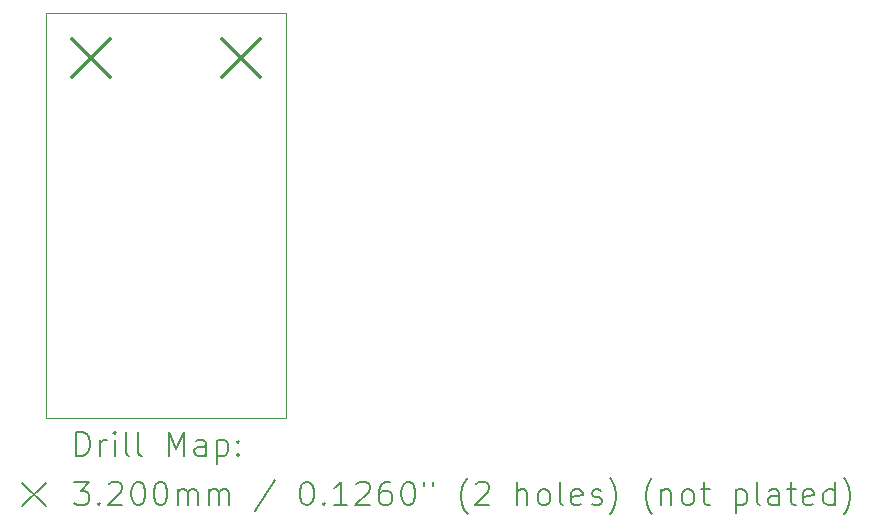
<source format=gbr>
%TF.GenerationSoftware,KiCad,Pcbnew,7.0.7*%
%TF.CreationDate,2024-02-07T12:10:56-08:00*%
%TF.ProjectId,Raven Expansion,52617665-6e20-4457-9870-616e73696f6e,rev?*%
%TF.SameCoordinates,Original*%
%TF.FileFunction,Drillmap*%
%TF.FilePolarity,Positive*%
%FSLAX45Y45*%
G04 Gerber Fmt 4.5, Leading zero omitted, Abs format (unit mm)*
G04 Created by KiCad (PCBNEW 7.0.7) date 2024-02-07 12:10:56*
%MOMM*%
%LPD*%
G01*
G04 APERTURE LIST*
%ADD10C,0.100000*%
%ADD11C,0.200000*%
%ADD12C,0.320000*%
G04 APERTURE END LIST*
D10*
X2540000Y-2540000D02*
X4572000Y-2540000D01*
X4572000Y-5969000D01*
X2540000Y-5969000D01*
X2540000Y-2540000D01*
D11*
D12*
X2761000Y-2761000D02*
X3081000Y-3081000D01*
X3081000Y-2761000D02*
X2761000Y-3081000D01*
X4031000Y-2761000D02*
X4351000Y-3081000D01*
X4351000Y-2761000D02*
X4031000Y-3081000D01*
D11*
X2795777Y-6285484D02*
X2795777Y-6085484D01*
X2795777Y-6085484D02*
X2843396Y-6085484D01*
X2843396Y-6085484D02*
X2871967Y-6095008D01*
X2871967Y-6095008D02*
X2891015Y-6114055D01*
X2891015Y-6114055D02*
X2900539Y-6133103D01*
X2900539Y-6133103D02*
X2910062Y-6171198D01*
X2910062Y-6171198D02*
X2910062Y-6199769D01*
X2910062Y-6199769D02*
X2900539Y-6237865D01*
X2900539Y-6237865D02*
X2891015Y-6256912D01*
X2891015Y-6256912D02*
X2871967Y-6275960D01*
X2871967Y-6275960D02*
X2843396Y-6285484D01*
X2843396Y-6285484D02*
X2795777Y-6285484D01*
X2995777Y-6285484D02*
X2995777Y-6152150D01*
X2995777Y-6190246D02*
X3005301Y-6171198D01*
X3005301Y-6171198D02*
X3014824Y-6161674D01*
X3014824Y-6161674D02*
X3033872Y-6152150D01*
X3033872Y-6152150D02*
X3052920Y-6152150D01*
X3119586Y-6285484D02*
X3119586Y-6152150D01*
X3119586Y-6085484D02*
X3110062Y-6095008D01*
X3110062Y-6095008D02*
X3119586Y-6104531D01*
X3119586Y-6104531D02*
X3129110Y-6095008D01*
X3129110Y-6095008D02*
X3119586Y-6085484D01*
X3119586Y-6085484D02*
X3119586Y-6104531D01*
X3243396Y-6285484D02*
X3224348Y-6275960D01*
X3224348Y-6275960D02*
X3214824Y-6256912D01*
X3214824Y-6256912D02*
X3214824Y-6085484D01*
X3348158Y-6285484D02*
X3329110Y-6275960D01*
X3329110Y-6275960D02*
X3319586Y-6256912D01*
X3319586Y-6256912D02*
X3319586Y-6085484D01*
X3576729Y-6285484D02*
X3576729Y-6085484D01*
X3576729Y-6085484D02*
X3643396Y-6228341D01*
X3643396Y-6228341D02*
X3710062Y-6085484D01*
X3710062Y-6085484D02*
X3710062Y-6285484D01*
X3891015Y-6285484D02*
X3891015Y-6180722D01*
X3891015Y-6180722D02*
X3881491Y-6161674D01*
X3881491Y-6161674D02*
X3862443Y-6152150D01*
X3862443Y-6152150D02*
X3824348Y-6152150D01*
X3824348Y-6152150D02*
X3805301Y-6161674D01*
X3891015Y-6275960D02*
X3871967Y-6285484D01*
X3871967Y-6285484D02*
X3824348Y-6285484D01*
X3824348Y-6285484D02*
X3805301Y-6275960D01*
X3805301Y-6275960D02*
X3795777Y-6256912D01*
X3795777Y-6256912D02*
X3795777Y-6237865D01*
X3795777Y-6237865D02*
X3805301Y-6218817D01*
X3805301Y-6218817D02*
X3824348Y-6209293D01*
X3824348Y-6209293D02*
X3871967Y-6209293D01*
X3871967Y-6209293D02*
X3891015Y-6199769D01*
X3986253Y-6152150D02*
X3986253Y-6352150D01*
X3986253Y-6161674D02*
X4005301Y-6152150D01*
X4005301Y-6152150D02*
X4043396Y-6152150D01*
X4043396Y-6152150D02*
X4062443Y-6161674D01*
X4062443Y-6161674D02*
X4071967Y-6171198D01*
X4071967Y-6171198D02*
X4081491Y-6190246D01*
X4081491Y-6190246D02*
X4081491Y-6247388D01*
X4081491Y-6247388D02*
X4071967Y-6266436D01*
X4071967Y-6266436D02*
X4062443Y-6275960D01*
X4062443Y-6275960D02*
X4043396Y-6285484D01*
X4043396Y-6285484D02*
X4005301Y-6285484D01*
X4005301Y-6285484D02*
X3986253Y-6275960D01*
X4167205Y-6266436D02*
X4176729Y-6275960D01*
X4176729Y-6275960D02*
X4167205Y-6285484D01*
X4167205Y-6285484D02*
X4157682Y-6275960D01*
X4157682Y-6275960D02*
X4167205Y-6266436D01*
X4167205Y-6266436D02*
X4167205Y-6285484D01*
X4167205Y-6161674D02*
X4176729Y-6171198D01*
X4176729Y-6171198D02*
X4167205Y-6180722D01*
X4167205Y-6180722D02*
X4157682Y-6171198D01*
X4157682Y-6171198D02*
X4167205Y-6161674D01*
X4167205Y-6161674D02*
X4167205Y-6180722D01*
X2335000Y-6514000D02*
X2535000Y-6714000D01*
X2535000Y-6514000D02*
X2335000Y-6714000D01*
X2776729Y-6505484D02*
X2900539Y-6505484D01*
X2900539Y-6505484D02*
X2833872Y-6581674D01*
X2833872Y-6581674D02*
X2862443Y-6581674D01*
X2862443Y-6581674D02*
X2881491Y-6591198D01*
X2881491Y-6591198D02*
X2891015Y-6600722D01*
X2891015Y-6600722D02*
X2900539Y-6619769D01*
X2900539Y-6619769D02*
X2900539Y-6667388D01*
X2900539Y-6667388D02*
X2891015Y-6686436D01*
X2891015Y-6686436D02*
X2881491Y-6695960D01*
X2881491Y-6695960D02*
X2862443Y-6705484D01*
X2862443Y-6705484D02*
X2805301Y-6705484D01*
X2805301Y-6705484D02*
X2786253Y-6695960D01*
X2786253Y-6695960D02*
X2776729Y-6686436D01*
X2986253Y-6686436D02*
X2995777Y-6695960D01*
X2995777Y-6695960D02*
X2986253Y-6705484D01*
X2986253Y-6705484D02*
X2976729Y-6695960D01*
X2976729Y-6695960D02*
X2986253Y-6686436D01*
X2986253Y-6686436D02*
X2986253Y-6705484D01*
X3071967Y-6524531D02*
X3081491Y-6515008D01*
X3081491Y-6515008D02*
X3100539Y-6505484D01*
X3100539Y-6505484D02*
X3148158Y-6505484D01*
X3148158Y-6505484D02*
X3167205Y-6515008D01*
X3167205Y-6515008D02*
X3176729Y-6524531D01*
X3176729Y-6524531D02*
X3186253Y-6543579D01*
X3186253Y-6543579D02*
X3186253Y-6562627D01*
X3186253Y-6562627D02*
X3176729Y-6591198D01*
X3176729Y-6591198D02*
X3062443Y-6705484D01*
X3062443Y-6705484D02*
X3186253Y-6705484D01*
X3310062Y-6505484D02*
X3329110Y-6505484D01*
X3329110Y-6505484D02*
X3348158Y-6515008D01*
X3348158Y-6515008D02*
X3357682Y-6524531D01*
X3357682Y-6524531D02*
X3367205Y-6543579D01*
X3367205Y-6543579D02*
X3376729Y-6581674D01*
X3376729Y-6581674D02*
X3376729Y-6629293D01*
X3376729Y-6629293D02*
X3367205Y-6667388D01*
X3367205Y-6667388D02*
X3357682Y-6686436D01*
X3357682Y-6686436D02*
X3348158Y-6695960D01*
X3348158Y-6695960D02*
X3329110Y-6705484D01*
X3329110Y-6705484D02*
X3310062Y-6705484D01*
X3310062Y-6705484D02*
X3291015Y-6695960D01*
X3291015Y-6695960D02*
X3281491Y-6686436D01*
X3281491Y-6686436D02*
X3271967Y-6667388D01*
X3271967Y-6667388D02*
X3262443Y-6629293D01*
X3262443Y-6629293D02*
X3262443Y-6581674D01*
X3262443Y-6581674D02*
X3271967Y-6543579D01*
X3271967Y-6543579D02*
X3281491Y-6524531D01*
X3281491Y-6524531D02*
X3291015Y-6515008D01*
X3291015Y-6515008D02*
X3310062Y-6505484D01*
X3500539Y-6505484D02*
X3519586Y-6505484D01*
X3519586Y-6505484D02*
X3538634Y-6515008D01*
X3538634Y-6515008D02*
X3548158Y-6524531D01*
X3548158Y-6524531D02*
X3557682Y-6543579D01*
X3557682Y-6543579D02*
X3567205Y-6581674D01*
X3567205Y-6581674D02*
X3567205Y-6629293D01*
X3567205Y-6629293D02*
X3557682Y-6667388D01*
X3557682Y-6667388D02*
X3548158Y-6686436D01*
X3548158Y-6686436D02*
X3538634Y-6695960D01*
X3538634Y-6695960D02*
X3519586Y-6705484D01*
X3519586Y-6705484D02*
X3500539Y-6705484D01*
X3500539Y-6705484D02*
X3481491Y-6695960D01*
X3481491Y-6695960D02*
X3471967Y-6686436D01*
X3471967Y-6686436D02*
X3462443Y-6667388D01*
X3462443Y-6667388D02*
X3452920Y-6629293D01*
X3452920Y-6629293D02*
X3452920Y-6581674D01*
X3452920Y-6581674D02*
X3462443Y-6543579D01*
X3462443Y-6543579D02*
X3471967Y-6524531D01*
X3471967Y-6524531D02*
X3481491Y-6515008D01*
X3481491Y-6515008D02*
X3500539Y-6505484D01*
X3652920Y-6705484D02*
X3652920Y-6572150D01*
X3652920Y-6591198D02*
X3662443Y-6581674D01*
X3662443Y-6581674D02*
X3681491Y-6572150D01*
X3681491Y-6572150D02*
X3710063Y-6572150D01*
X3710063Y-6572150D02*
X3729110Y-6581674D01*
X3729110Y-6581674D02*
X3738634Y-6600722D01*
X3738634Y-6600722D02*
X3738634Y-6705484D01*
X3738634Y-6600722D02*
X3748158Y-6581674D01*
X3748158Y-6581674D02*
X3767205Y-6572150D01*
X3767205Y-6572150D02*
X3795777Y-6572150D01*
X3795777Y-6572150D02*
X3814824Y-6581674D01*
X3814824Y-6581674D02*
X3824348Y-6600722D01*
X3824348Y-6600722D02*
X3824348Y-6705484D01*
X3919586Y-6705484D02*
X3919586Y-6572150D01*
X3919586Y-6591198D02*
X3929110Y-6581674D01*
X3929110Y-6581674D02*
X3948158Y-6572150D01*
X3948158Y-6572150D02*
X3976729Y-6572150D01*
X3976729Y-6572150D02*
X3995777Y-6581674D01*
X3995777Y-6581674D02*
X4005301Y-6600722D01*
X4005301Y-6600722D02*
X4005301Y-6705484D01*
X4005301Y-6600722D02*
X4014824Y-6581674D01*
X4014824Y-6581674D02*
X4033872Y-6572150D01*
X4033872Y-6572150D02*
X4062443Y-6572150D01*
X4062443Y-6572150D02*
X4081491Y-6581674D01*
X4081491Y-6581674D02*
X4091015Y-6600722D01*
X4091015Y-6600722D02*
X4091015Y-6705484D01*
X4481491Y-6495960D02*
X4310063Y-6753103D01*
X4738634Y-6505484D02*
X4757682Y-6505484D01*
X4757682Y-6505484D02*
X4776729Y-6515008D01*
X4776729Y-6515008D02*
X4786253Y-6524531D01*
X4786253Y-6524531D02*
X4795777Y-6543579D01*
X4795777Y-6543579D02*
X4805301Y-6581674D01*
X4805301Y-6581674D02*
X4805301Y-6629293D01*
X4805301Y-6629293D02*
X4795777Y-6667388D01*
X4795777Y-6667388D02*
X4786253Y-6686436D01*
X4786253Y-6686436D02*
X4776729Y-6695960D01*
X4776729Y-6695960D02*
X4757682Y-6705484D01*
X4757682Y-6705484D02*
X4738634Y-6705484D01*
X4738634Y-6705484D02*
X4719587Y-6695960D01*
X4719587Y-6695960D02*
X4710063Y-6686436D01*
X4710063Y-6686436D02*
X4700539Y-6667388D01*
X4700539Y-6667388D02*
X4691015Y-6629293D01*
X4691015Y-6629293D02*
X4691015Y-6581674D01*
X4691015Y-6581674D02*
X4700539Y-6543579D01*
X4700539Y-6543579D02*
X4710063Y-6524531D01*
X4710063Y-6524531D02*
X4719587Y-6515008D01*
X4719587Y-6515008D02*
X4738634Y-6505484D01*
X4891015Y-6686436D02*
X4900539Y-6695960D01*
X4900539Y-6695960D02*
X4891015Y-6705484D01*
X4891015Y-6705484D02*
X4881491Y-6695960D01*
X4881491Y-6695960D02*
X4891015Y-6686436D01*
X4891015Y-6686436D02*
X4891015Y-6705484D01*
X5091015Y-6705484D02*
X4976729Y-6705484D01*
X5033872Y-6705484D02*
X5033872Y-6505484D01*
X5033872Y-6505484D02*
X5014825Y-6534055D01*
X5014825Y-6534055D02*
X4995777Y-6553103D01*
X4995777Y-6553103D02*
X4976729Y-6562627D01*
X5167206Y-6524531D02*
X5176729Y-6515008D01*
X5176729Y-6515008D02*
X5195777Y-6505484D01*
X5195777Y-6505484D02*
X5243396Y-6505484D01*
X5243396Y-6505484D02*
X5262444Y-6515008D01*
X5262444Y-6515008D02*
X5271968Y-6524531D01*
X5271968Y-6524531D02*
X5281491Y-6543579D01*
X5281491Y-6543579D02*
X5281491Y-6562627D01*
X5281491Y-6562627D02*
X5271968Y-6591198D01*
X5271968Y-6591198D02*
X5157682Y-6705484D01*
X5157682Y-6705484D02*
X5281491Y-6705484D01*
X5452920Y-6505484D02*
X5414825Y-6505484D01*
X5414825Y-6505484D02*
X5395777Y-6515008D01*
X5395777Y-6515008D02*
X5386253Y-6524531D01*
X5386253Y-6524531D02*
X5367206Y-6553103D01*
X5367206Y-6553103D02*
X5357682Y-6591198D01*
X5357682Y-6591198D02*
X5357682Y-6667388D01*
X5357682Y-6667388D02*
X5367206Y-6686436D01*
X5367206Y-6686436D02*
X5376729Y-6695960D01*
X5376729Y-6695960D02*
X5395777Y-6705484D01*
X5395777Y-6705484D02*
X5433872Y-6705484D01*
X5433872Y-6705484D02*
X5452920Y-6695960D01*
X5452920Y-6695960D02*
X5462444Y-6686436D01*
X5462444Y-6686436D02*
X5471968Y-6667388D01*
X5471968Y-6667388D02*
X5471968Y-6619769D01*
X5471968Y-6619769D02*
X5462444Y-6600722D01*
X5462444Y-6600722D02*
X5452920Y-6591198D01*
X5452920Y-6591198D02*
X5433872Y-6581674D01*
X5433872Y-6581674D02*
X5395777Y-6581674D01*
X5395777Y-6581674D02*
X5376729Y-6591198D01*
X5376729Y-6591198D02*
X5367206Y-6600722D01*
X5367206Y-6600722D02*
X5357682Y-6619769D01*
X5595777Y-6505484D02*
X5614825Y-6505484D01*
X5614825Y-6505484D02*
X5633872Y-6515008D01*
X5633872Y-6515008D02*
X5643396Y-6524531D01*
X5643396Y-6524531D02*
X5652920Y-6543579D01*
X5652920Y-6543579D02*
X5662444Y-6581674D01*
X5662444Y-6581674D02*
X5662444Y-6629293D01*
X5662444Y-6629293D02*
X5652920Y-6667388D01*
X5652920Y-6667388D02*
X5643396Y-6686436D01*
X5643396Y-6686436D02*
X5633872Y-6695960D01*
X5633872Y-6695960D02*
X5614825Y-6705484D01*
X5614825Y-6705484D02*
X5595777Y-6705484D01*
X5595777Y-6705484D02*
X5576729Y-6695960D01*
X5576729Y-6695960D02*
X5567206Y-6686436D01*
X5567206Y-6686436D02*
X5557682Y-6667388D01*
X5557682Y-6667388D02*
X5548158Y-6629293D01*
X5548158Y-6629293D02*
X5548158Y-6581674D01*
X5548158Y-6581674D02*
X5557682Y-6543579D01*
X5557682Y-6543579D02*
X5567206Y-6524531D01*
X5567206Y-6524531D02*
X5576729Y-6515008D01*
X5576729Y-6515008D02*
X5595777Y-6505484D01*
X5738634Y-6505484D02*
X5738634Y-6543579D01*
X5814825Y-6505484D02*
X5814825Y-6543579D01*
X6110063Y-6781674D02*
X6100539Y-6772150D01*
X6100539Y-6772150D02*
X6081491Y-6743579D01*
X6081491Y-6743579D02*
X6071968Y-6724531D01*
X6071968Y-6724531D02*
X6062444Y-6695960D01*
X6062444Y-6695960D02*
X6052920Y-6648341D01*
X6052920Y-6648341D02*
X6052920Y-6610246D01*
X6052920Y-6610246D02*
X6062444Y-6562627D01*
X6062444Y-6562627D02*
X6071968Y-6534055D01*
X6071968Y-6534055D02*
X6081491Y-6515008D01*
X6081491Y-6515008D02*
X6100539Y-6486436D01*
X6100539Y-6486436D02*
X6110063Y-6476912D01*
X6176729Y-6524531D02*
X6186253Y-6515008D01*
X6186253Y-6515008D02*
X6205301Y-6505484D01*
X6205301Y-6505484D02*
X6252920Y-6505484D01*
X6252920Y-6505484D02*
X6271968Y-6515008D01*
X6271968Y-6515008D02*
X6281491Y-6524531D01*
X6281491Y-6524531D02*
X6291015Y-6543579D01*
X6291015Y-6543579D02*
X6291015Y-6562627D01*
X6291015Y-6562627D02*
X6281491Y-6591198D01*
X6281491Y-6591198D02*
X6167206Y-6705484D01*
X6167206Y-6705484D02*
X6291015Y-6705484D01*
X6529110Y-6705484D02*
X6529110Y-6505484D01*
X6614825Y-6705484D02*
X6614825Y-6600722D01*
X6614825Y-6600722D02*
X6605301Y-6581674D01*
X6605301Y-6581674D02*
X6586253Y-6572150D01*
X6586253Y-6572150D02*
X6557682Y-6572150D01*
X6557682Y-6572150D02*
X6538634Y-6581674D01*
X6538634Y-6581674D02*
X6529110Y-6591198D01*
X6738634Y-6705484D02*
X6719587Y-6695960D01*
X6719587Y-6695960D02*
X6710063Y-6686436D01*
X6710063Y-6686436D02*
X6700539Y-6667388D01*
X6700539Y-6667388D02*
X6700539Y-6610246D01*
X6700539Y-6610246D02*
X6710063Y-6591198D01*
X6710063Y-6591198D02*
X6719587Y-6581674D01*
X6719587Y-6581674D02*
X6738634Y-6572150D01*
X6738634Y-6572150D02*
X6767206Y-6572150D01*
X6767206Y-6572150D02*
X6786253Y-6581674D01*
X6786253Y-6581674D02*
X6795777Y-6591198D01*
X6795777Y-6591198D02*
X6805301Y-6610246D01*
X6805301Y-6610246D02*
X6805301Y-6667388D01*
X6805301Y-6667388D02*
X6795777Y-6686436D01*
X6795777Y-6686436D02*
X6786253Y-6695960D01*
X6786253Y-6695960D02*
X6767206Y-6705484D01*
X6767206Y-6705484D02*
X6738634Y-6705484D01*
X6919587Y-6705484D02*
X6900539Y-6695960D01*
X6900539Y-6695960D02*
X6891015Y-6676912D01*
X6891015Y-6676912D02*
X6891015Y-6505484D01*
X7071968Y-6695960D02*
X7052920Y-6705484D01*
X7052920Y-6705484D02*
X7014825Y-6705484D01*
X7014825Y-6705484D02*
X6995777Y-6695960D01*
X6995777Y-6695960D02*
X6986253Y-6676912D01*
X6986253Y-6676912D02*
X6986253Y-6600722D01*
X6986253Y-6600722D02*
X6995777Y-6581674D01*
X6995777Y-6581674D02*
X7014825Y-6572150D01*
X7014825Y-6572150D02*
X7052920Y-6572150D01*
X7052920Y-6572150D02*
X7071968Y-6581674D01*
X7071968Y-6581674D02*
X7081491Y-6600722D01*
X7081491Y-6600722D02*
X7081491Y-6619769D01*
X7081491Y-6619769D02*
X6986253Y-6638817D01*
X7157682Y-6695960D02*
X7176730Y-6705484D01*
X7176730Y-6705484D02*
X7214825Y-6705484D01*
X7214825Y-6705484D02*
X7233872Y-6695960D01*
X7233872Y-6695960D02*
X7243396Y-6676912D01*
X7243396Y-6676912D02*
X7243396Y-6667388D01*
X7243396Y-6667388D02*
X7233872Y-6648341D01*
X7233872Y-6648341D02*
X7214825Y-6638817D01*
X7214825Y-6638817D02*
X7186253Y-6638817D01*
X7186253Y-6638817D02*
X7167206Y-6629293D01*
X7167206Y-6629293D02*
X7157682Y-6610246D01*
X7157682Y-6610246D02*
X7157682Y-6600722D01*
X7157682Y-6600722D02*
X7167206Y-6581674D01*
X7167206Y-6581674D02*
X7186253Y-6572150D01*
X7186253Y-6572150D02*
X7214825Y-6572150D01*
X7214825Y-6572150D02*
X7233872Y-6581674D01*
X7310063Y-6781674D02*
X7319587Y-6772150D01*
X7319587Y-6772150D02*
X7338634Y-6743579D01*
X7338634Y-6743579D02*
X7348158Y-6724531D01*
X7348158Y-6724531D02*
X7357682Y-6695960D01*
X7357682Y-6695960D02*
X7367206Y-6648341D01*
X7367206Y-6648341D02*
X7367206Y-6610246D01*
X7367206Y-6610246D02*
X7357682Y-6562627D01*
X7357682Y-6562627D02*
X7348158Y-6534055D01*
X7348158Y-6534055D02*
X7338634Y-6515008D01*
X7338634Y-6515008D02*
X7319587Y-6486436D01*
X7319587Y-6486436D02*
X7310063Y-6476912D01*
X7671968Y-6781674D02*
X7662444Y-6772150D01*
X7662444Y-6772150D02*
X7643396Y-6743579D01*
X7643396Y-6743579D02*
X7633872Y-6724531D01*
X7633872Y-6724531D02*
X7624349Y-6695960D01*
X7624349Y-6695960D02*
X7614825Y-6648341D01*
X7614825Y-6648341D02*
X7614825Y-6610246D01*
X7614825Y-6610246D02*
X7624349Y-6562627D01*
X7624349Y-6562627D02*
X7633872Y-6534055D01*
X7633872Y-6534055D02*
X7643396Y-6515008D01*
X7643396Y-6515008D02*
X7662444Y-6486436D01*
X7662444Y-6486436D02*
X7671968Y-6476912D01*
X7748158Y-6572150D02*
X7748158Y-6705484D01*
X7748158Y-6591198D02*
X7757682Y-6581674D01*
X7757682Y-6581674D02*
X7776730Y-6572150D01*
X7776730Y-6572150D02*
X7805301Y-6572150D01*
X7805301Y-6572150D02*
X7824349Y-6581674D01*
X7824349Y-6581674D02*
X7833872Y-6600722D01*
X7833872Y-6600722D02*
X7833872Y-6705484D01*
X7957682Y-6705484D02*
X7938634Y-6695960D01*
X7938634Y-6695960D02*
X7929111Y-6686436D01*
X7929111Y-6686436D02*
X7919587Y-6667388D01*
X7919587Y-6667388D02*
X7919587Y-6610246D01*
X7919587Y-6610246D02*
X7929111Y-6591198D01*
X7929111Y-6591198D02*
X7938634Y-6581674D01*
X7938634Y-6581674D02*
X7957682Y-6572150D01*
X7957682Y-6572150D02*
X7986253Y-6572150D01*
X7986253Y-6572150D02*
X8005301Y-6581674D01*
X8005301Y-6581674D02*
X8014825Y-6591198D01*
X8014825Y-6591198D02*
X8024349Y-6610246D01*
X8024349Y-6610246D02*
X8024349Y-6667388D01*
X8024349Y-6667388D02*
X8014825Y-6686436D01*
X8014825Y-6686436D02*
X8005301Y-6695960D01*
X8005301Y-6695960D02*
X7986253Y-6705484D01*
X7986253Y-6705484D02*
X7957682Y-6705484D01*
X8081492Y-6572150D02*
X8157682Y-6572150D01*
X8110063Y-6505484D02*
X8110063Y-6676912D01*
X8110063Y-6676912D02*
X8119587Y-6695960D01*
X8119587Y-6695960D02*
X8138634Y-6705484D01*
X8138634Y-6705484D02*
X8157682Y-6705484D01*
X8376730Y-6572150D02*
X8376730Y-6772150D01*
X8376730Y-6581674D02*
X8395777Y-6572150D01*
X8395777Y-6572150D02*
X8433873Y-6572150D01*
X8433873Y-6572150D02*
X8452920Y-6581674D01*
X8452920Y-6581674D02*
X8462444Y-6591198D01*
X8462444Y-6591198D02*
X8471968Y-6610246D01*
X8471968Y-6610246D02*
X8471968Y-6667388D01*
X8471968Y-6667388D02*
X8462444Y-6686436D01*
X8462444Y-6686436D02*
X8452920Y-6695960D01*
X8452920Y-6695960D02*
X8433873Y-6705484D01*
X8433873Y-6705484D02*
X8395777Y-6705484D01*
X8395777Y-6705484D02*
X8376730Y-6695960D01*
X8586254Y-6705484D02*
X8567206Y-6695960D01*
X8567206Y-6695960D02*
X8557682Y-6676912D01*
X8557682Y-6676912D02*
X8557682Y-6505484D01*
X8748158Y-6705484D02*
X8748158Y-6600722D01*
X8748158Y-6600722D02*
X8738635Y-6581674D01*
X8738635Y-6581674D02*
X8719587Y-6572150D01*
X8719587Y-6572150D02*
X8681492Y-6572150D01*
X8681492Y-6572150D02*
X8662444Y-6581674D01*
X8748158Y-6695960D02*
X8729111Y-6705484D01*
X8729111Y-6705484D02*
X8681492Y-6705484D01*
X8681492Y-6705484D02*
X8662444Y-6695960D01*
X8662444Y-6695960D02*
X8652920Y-6676912D01*
X8652920Y-6676912D02*
X8652920Y-6657865D01*
X8652920Y-6657865D02*
X8662444Y-6638817D01*
X8662444Y-6638817D02*
X8681492Y-6629293D01*
X8681492Y-6629293D02*
X8729111Y-6629293D01*
X8729111Y-6629293D02*
X8748158Y-6619769D01*
X8814825Y-6572150D02*
X8891015Y-6572150D01*
X8843396Y-6505484D02*
X8843396Y-6676912D01*
X8843396Y-6676912D02*
X8852920Y-6695960D01*
X8852920Y-6695960D02*
X8871968Y-6705484D01*
X8871968Y-6705484D02*
X8891015Y-6705484D01*
X9033873Y-6695960D02*
X9014825Y-6705484D01*
X9014825Y-6705484D02*
X8976730Y-6705484D01*
X8976730Y-6705484D02*
X8957682Y-6695960D01*
X8957682Y-6695960D02*
X8948158Y-6676912D01*
X8948158Y-6676912D02*
X8948158Y-6600722D01*
X8948158Y-6600722D02*
X8957682Y-6581674D01*
X8957682Y-6581674D02*
X8976730Y-6572150D01*
X8976730Y-6572150D02*
X9014825Y-6572150D01*
X9014825Y-6572150D02*
X9033873Y-6581674D01*
X9033873Y-6581674D02*
X9043396Y-6600722D01*
X9043396Y-6600722D02*
X9043396Y-6619769D01*
X9043396Y-6619769D02*
X8948158Y-6638817D01*
X9214825Y-6705484D02*
X9214825Y-6505484D01*
X9214825Y-6695960D02*
X9195777Y-6705484D01*
X9195777Y-6705484D02*
X9157682Y-6705484D01*
X9157682Y-6705484D02*
X9138635Y-6695960D01*
X9138635Y-6695960D02*
X9129111Y-6686436D01*
X9129111Y-6686436D02*
X9119587Y-6667388D01*
X9119587Y-6667388D02*
X9119587Y-6610246D01*
X9119587Y-6610246D02*
X9129111Y-6591198D01*
X9129111Y-6591198D02*
X9138635Y-6581674D01*
X9138635Y-6581674D02*
X9157682Y-6572150D01*
X9157682Y-6572150D02*
X9195777Y-6572150D01*
X9195777Y-6572150D02*
X9214825Y-6581674D01*
X9291016Y-6781674D02*
X9300539Y-6772150D01*
X9300539Y-6772150D02*
X9319587Y-6743579D01*
X9319587Y-6743579D02*
X9329111Y-6724531D01*
X9329111Y-6724531D02*
X9338635Y-6695960D01*
X9338635Y-6695960D02*
X9348158Y-6648341D01*
X9348158Y-6648341D02*
X9348158Y-6610246D01*
X9348158Y-6610246D02*
X9338635Y-6562627D01*
X9338635Y-6562627D02*
X9329111Y-6534055D01*
X9329111Y-6534055D02*
X9319587Y-6515008D01*
X9319587Y-6515008D02*
X9300539Y-6486436D01*
X9300539Y-6486436D02*
X9291016Y-6476912D01*
M02*

</source>
